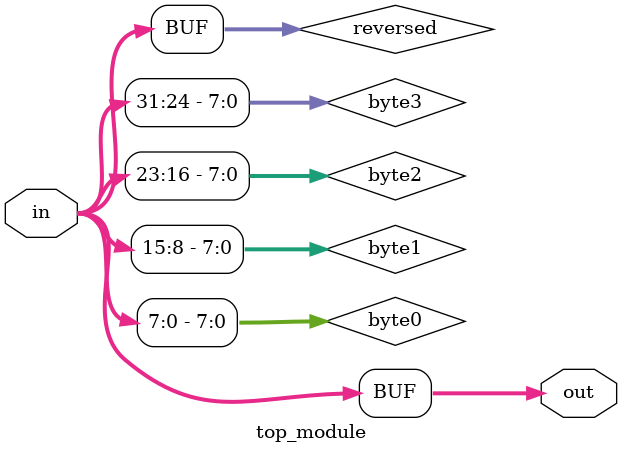
<source format=sv>
module top_module (
    input [31:0] in,
    output [31:0] out
);

    // Instantiate the wires and registers
    wire [7:0] byte0, byte1, byte2, byte3;
    reg [31:0] reversed;

    // Split the 32-bit input into four bytes
    assign byte0 = in[7:0];
    assign byte1 = in[15:8];
    assign byte2 = in[23:16];
    assign byte3 = in[31:24];

    // Reverse the byte order
    always @(*) begin
        reversed = {byte3, byte2, byte1, byte0};
    end

    // Assign the reversed output
    assign out = reversed;

endmodule

</source>
